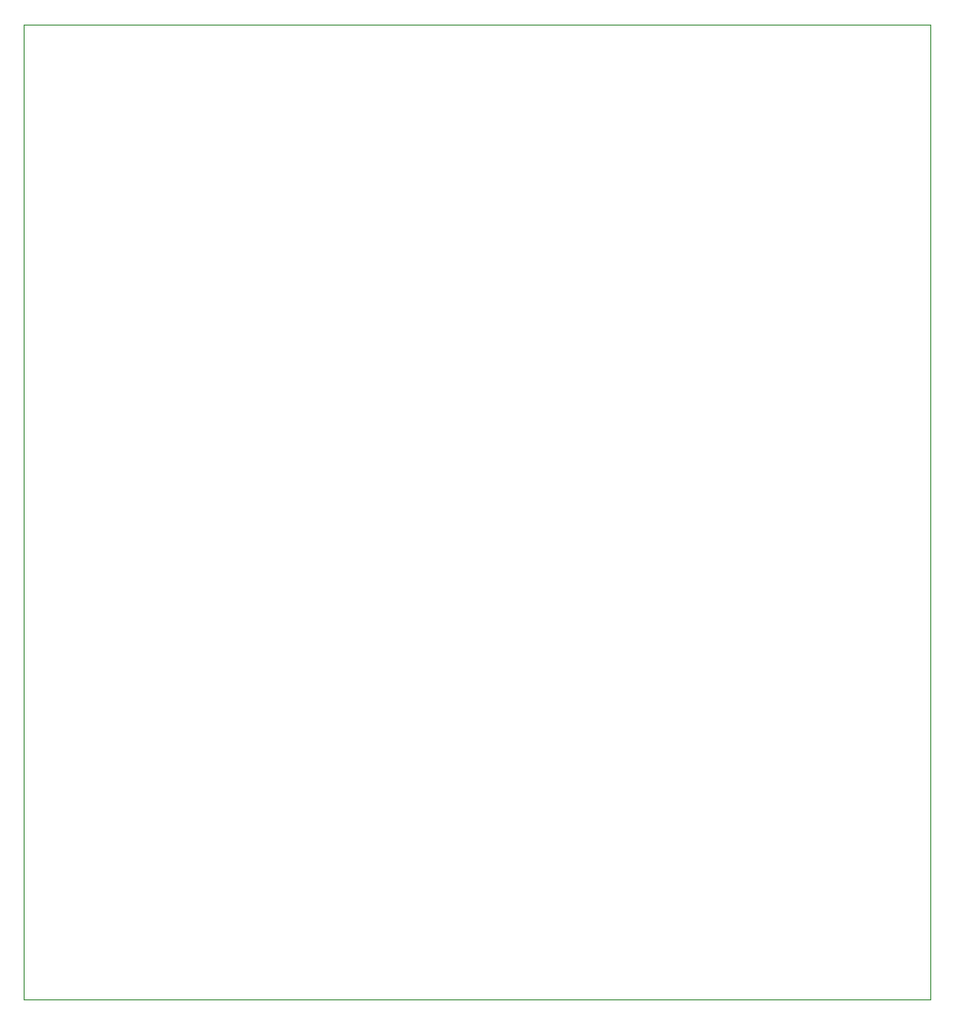
<source format=gbr>
%TF.GenerationSoftware,KiCad,Pcbnew,7.0.10*%
%TF.CreationDate,2024-03-12T16:09:29+01:00*%
%TF.ProjectId,DaisyPedal,44616973-7950-4656-9461-6c2e6b696361,1.0*%
%TF.SameCoordinates,Original*%
%TF.FileFunction,Profile,NP*%
%FSLAX46Y46*%
G04 Gerber Fmt 4.6, Leading zero omitted, Abs format (unit mm)*
G04 Created by KiCad (PCBNEW 7.0.10) date 2024-03-12 16:09:29*
%MOMM*%
%LPD*%
G01*
G04 APERTURE LIST*
%TA.AperFunction,Profile*%
%ADD10C,0.100000*%
%TD*%
G04 APERTURE END LIST*
D10*
X29400000Y-29400000D02*
X110600000Y-29400000D01*
X110600000Y-116600000D01*
X29400000Y-116600000D01*
X29400000Y-29400000D01*
M02*

</source>
